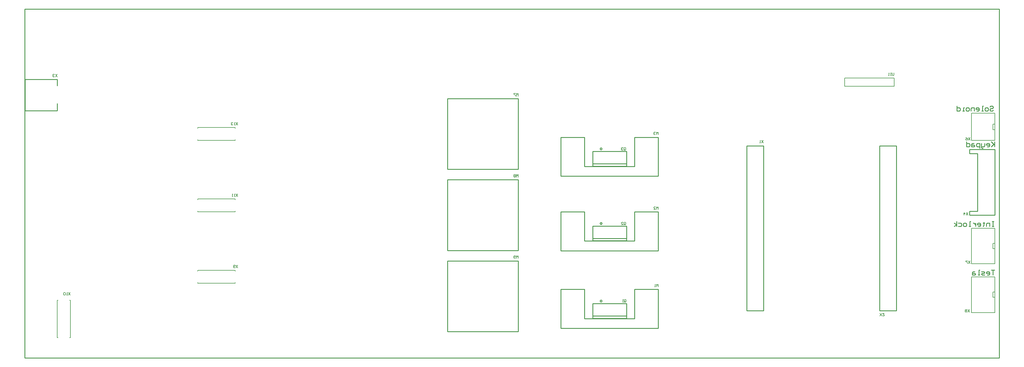
<source format=gbo>
G04 Layer_Color=32896*
%FSLAX43Y43*%
%MOMM*%
G71*
G01*
G75*
%ADD28C,0.200*%
%ADD30C,0.150*%
%ADD35C,0.254*%
D28*
X53250Y67000D02*
X64750D01*
Y67250D01*
X53250Y67000D02*
Y67250D01*
X64750Y70750D02*
Y71000D01*
X53250Y70750D02*
Y71000D01*
X64750D01*
X14000Y6250D02*
Y17750D01*
X13750D02*
X14000D01*
X13750Y6250D02*
X14000D01*
X10000Y17750D02*
X10250D01*
X10000Y6250D02*
X10250D01*
X10000D02*
Y17750D01*
X267620Y83730D02*
Y86270D01*
X252380Y83730D02*
X267620D01*
X252380D02*
Y86270D01*
X267620D01*
X53250Y23000D02*
X64750D01*
Y23250D01*
X53250Y23000D02*
Y23250D01*
X64750Y26750D02*
Y27000D01*
X53250Y26750D02*
Y27000D01*
X64750D01*
X53250Y45000D02*
X64750D01*
Y45250D01*
X53250Y45000D02*
Y45250D01*
X64750Y48750D02*
Y49000D01*
X53250Y48750D02*
Y49000D01*
X64750D01*
D30*
X291400Y13975D02*
Y24950D01*
Y13975D02*
X298600D01*
Y24950D01*
X291400D02*
X298600D01*
X298025Y20285D02*
X298575D01*
X298025Y18660D02*
Y20285D01*
Y18660D02*
X298600D01*
X291400Y67000D02*
Y75450D01*
Y67000D02*
X298600D01*
Y75450D01*
X291400D02*
X298600D01*
X298025Y71985D02*
X298575D01*
X298025Y70360D02*
Y71985D01*
Y70360D02*
X298600D01*
X298025Y33660D02*
X298600D01*
X298025D02*
Y35285D01*
X298575D01*
X291400Y39950D02*
X298600D01*
Y28975D02*
Y39950D01*
X291400Y28975D02*
X298600D01*
X291400D02*
Y39950D01*
X184467Y64133D02*
Y64666D01*
X184600Y64800D01*
X184867D01*
X185000Y64666D01*
Y64133D01*
X184867Y64000D01*
X184600D01*
X184733Y64267D02*
X184467Y64000D01*
X184600D02*
X184467Y64133D01*
X184200Y64666D02*
X184067Y64800D01*
X183800D01*
X183667Y64666D01*
Y64533D01*
X183800Y64400D01*
X183934D01*
X183800D01*
X183667Y64267D01*
Y64133D01*
X183800Y64000D01*
X184067D01*
X184200Y64133D01*
X151878Y55691D02*
Y56491D01*
X151611Y56224D01*
X151345Y56491D01*
Y55691D01*
X151078Y56357D02*
X150945Y56491D01*
X150678D01*
X150545Y56357D01*
Y56224D01*
X150678Y56091D01*
X150545Y55958D01*
Y55824D01*
X150678Y55691D01*
X150945D01*
X151078Y55824D01*
Y55958D01*
X150945Y56091D01*
X151078Y56224D01*
Y56357D01*
X150945Y56091D02*
X150678D01*
X151878Y80685D02*
Y81484D01*
X151611Y81218D01*
X151345Y81484D01*
Y80685D01*
X151078Y81484D02*
X150545D01*
Y81351D01*
X151078Y80818D01*
Y80685D01*
X65543Y72547D02*
X65010Y71748D01*
Y72547D02*
X65543Y71748D01*
X64744D02*
X64477D01*
X64610D01*
Y72547D01*
X64744Y72414D01*
X64077D02*
X63944Y72547D01*
X63677D01*
X63544Y72414D01*
Y72281D01*
X63677Y72147D01*
X63811D01*
X63677D01*
X63544Y72014D01*
Y71881D01*
X63677Y71748D01*
X63944D01*
X64077Y71881D01*
X13956Y20147D02*
X13423Y19347D01*
Y20147D02*
X13956Y19347D01*
X13156D02*
X12890D01*
X13023D01*
Y20147D01*
X13156Y20014D01*
X12490D02*
X12357Y20147D01*
X12090D01*
X11957Y20014D01*
Y19481D01*
X12090Y19347D01*
X12357D01*
X12490Y19481D01*
Y20014D01*
X267567Y87838D02*
Y87172D01*
X267434Y87038D01*
X267167D01*
X267034Y87172D01*
Y87838D01*
X266767Y87038D02*
X266501D01*
X266634D01*
Y87838D01*
X266767Y87705D01*
X266101Y87038D02*
X265834D01*
X265967D01*
Y87838D01*
X266101Y87705D01*
X263254Y12894D02*
X263787Y13694D01*
Y12894D02*
X263254Y13694D01*
X264586D02*
X264053D01*
X264586Y13161D01*
Y13027D01*
X264453Y12894D01*
X264187D01*
X264053Y13027D01*
X290800Y14900D02*
X290267Y14100D01*
Y14900D02*
X290800Y14100D01*
X290000Y14766D02*
X289867Y14900D01*
X289600D01*
X289467Y14766D01*
Y14633D01*
X289600Y14500D01*
X289467Y14367D01*
Y14233D01*
X289600Y14100D01*
X289867D01*
X290000Y14233D01*
Y14367D01*
X289867Y14500D01*
X290000Y14633D01*
Y14766D01*
X289867Y14500D02*
X289600D01*
X291000Y67900D02*
X290467Y67100D01*
Y67900D02*
X291000Y67100D01*
X289667Y67900D02*
X289934Y67766D01*
X290200Y67500D01*
Y67233D01*
X290067Y67100D01*
X289800D01*
X289667Y67233D01*
Y67367D01*
X289800Y67500D01*
X290200D01*
X194969Y21872D02*
Y22672D01*
X194702Y22406D01*
X194435Y22672D01*
Y21872D01*
X194169D02*
X193902D01*
X194036D01*
Y22672D01*
X194169Y22539D01*
X9968Y87406D02*
X9435Y86607D01*
Y87406D02*
X9968Y86607D01*
X9168Y87273D02*
X9035Y87406D01*
X8769D01*
X8635Y87273D01*
Y87140D01*
X8769Y87006D01*
X8902D01*
X8769D01*
X8635Y86873D01*
Y86740D01*
X8769Y86607D01*
X9035D01*
X9168Y86740D01*
X290300Y44800D02*
X289767Y44000D01*
Y44800D02*
X290300Y44000D01*
X289100D02*
Y44800D01*
X289500Y44400D01*
X288967D01*
X291000Y29900D02*
X290467Y29100D01*
Y29900D02*
X291000Y29100D01*
X290200Y29900D02*
X289667D01*
Y29766D01*
X290200Y29233D01*
Y29100D01*
X151878Y30697D02*
Y31497D01*
X151611Y31231D01*
X151345Y31497D01*
Y30697D01*
X151078Y30831D02*
X150945Y30697D01*
X150678D01*
X150545Y30831D01*
Y31364D01*
X150678Y31497D01*
X150945D01*
X151078Y31364D01*
Y31231D01*
X150945Y31097D01*
X150545D01*
X194969Y68792D02*
Y69592D01*
X194702Y69325D01*
X194435Y69592D01*
Y68792D01*
X194169Y69458D02*
X194036Y69592D01*
X193769D01*
X193636Y69458D01*
Y69325D01*
X193769Y69192D01*
X193902D01*
X193769D01*
X193636Y69058D01*
Y68925D01*
X193769Y68792D01*
X194036D01*
X194169Y68925D01*
X194969Y45777D02*
Y46576D01*
X194702Y46310D01*
X194435Y46576D01*
Y45777D01*
X193636D02*
X194169D01*
X193636Y46310D01*
Y46443D01*
X193769Y46576D01*
X194036D01*
X194169Y46443D01*
X184567Y17333D02*
Y17866D01*
X184700Y18000D01*
X184967D01*
X185100Y17866D01*
Y17333D01*
X184967Y17200D01*
X184700D01*
X184833Y17467D02*
X184567Y17200D01*
X184700D02*
X184567Y17333D01*
X184300Y17200D02*
X184034D01*
X184167D01*
Y18000D01*
X184300Y17866D01*
X184467Y41133D02*
Y41666D01*
X184600Y41800D01*
X184867D01*
X185000Y41666D01*
Y41133D01*
X184867Y41000D01*
X184600D01*
X184733Y41267D02*
X184467Y41000D01*
X184600D02*
X184467Y41133D01*
X183667Y41000D02*
X184200D01*
X183667Y41533D01*
Y41666D01*
X183800Y41800D01*
X184067D01*
X184200Y41666D01*
X227307Y67046D02*
X226773Y66246D01*
Y67046D02*
X227307Y66246D01*
X226507D02*
X226240D01*
X226373D01*
Y67046D01*
X226507Y66913D01*
X65543Y28555D02*
X65010Y27755D01*
Y28555D02*
X65543Y27755D01*
X64744Y27888D02*
X64610Y27755D01*
X64344D01*
X64211Y27888D01*
Y28421D01*
X64344Y28555D01*
X64610D01*
X64744Y28421D01*
Y28288D01*
X64610Y28155D01*
X64211D01*
X65543Y50551D02*
X65010Y49751D01*
Y50551D02*
X65543Y49751D01*
X64744D02*
X64477D01*
X64610D01*
Y50551D01*
X64744Y50418D01*
X64077Y49751D02*
X63811D01*
X63944D01*
Y50551D01*
X64077Y50418D01*
D35*
X177700Y64400D02*
G03*
X177700Y64400I-300J0D01*
G01*
Y17500D02*
G03*
X177700Y17500I-300J0D01*
G01*
Y41400D02*
G03*
X177700Y41400I-300J0D01*
G01*
X174800Y59800D02*
X185200D01*
X174800Y59100D02*
Y63600D01*
X185200D01*
Y59100D02*
Y63600D01*
X174800Y59100D02*
X185200D01*
X130100Y33100D02*
X151900D01*
Y54900D01*
X130100D02*
X151900D01*
X130100Y33100D02*
Y54900D01*
Y58100D02*
Y79900D01*
X151900D01*
Y58100D02*
Y79900D01*
X130100Y58100D02*
X151900D01*
X263130Y65370D02*
X268330D01*
Y14570D02*
Y65370D01*
X263130Y14570D02*
X268330D01*
X263130D02*
Y65370D01*
X165000Y9100D02*
Y21100D01*
X172300D01*
Y12100D02*
Y21100D01*
Y12100D02*
X187700D01*
Y21100D01*
X195000D01*
Y9100D02*
Y21100D01*
X165000Y9100D02*
X195000D01*
X10000Y76175D02*
Y78375D01*
Y83875D02*
Y85825D01*
X100D02*
X10000D01*
X100Y76175D02*
Y85825D01*
Y76175D02*
X10000D01*
X290800Y44000D02*
Y45200D01*
X293300D01*
Y63000D01*
X290800D02*
X293300D01*
X290800D02*
Y64200D01*
X298600D01*
X290800Y44000D02*
X298600D01*
Y64200D01*
X130100Y8100D02*
Y29900D01*
X151900D01*
Y8100D02*
Y29900D01*
X130100Y8100D02*
X151900D01*
X165000Y56000D02*
Y68000D01*
X172300D01*
Y59000D02*
Y68000D01*
Y59000D02*
X187700D01*
Y68000D01*
X195000D01*
Y56000D02*
Y68000D01*
X165000Y56000D02*
X195000D01*
X165000Y33000D02*
Y45000D01*
X172300D01*
Y36000D02*
Y45000D01*
Y36000D02*
X187700D01*
Y45000D01*
X195000D01*
Y33000D02*
Y45000D01*
X165000Y33000D02*
X195000D01*
X174800Y12900D02*
X185200D01*
X174800Y12200D02*
Y16700D01*
X185200D01*
Y12200D02*
Y16700D01*
X174800Y12200D02*
X185200D01*
X174800Y36800D02*
X185200D01*
X174800Y36100D02*
Y40600D01*
X185200D01*
Y36100D02*
Y40600D01*
X174800Y36100D02*
X185200D01*
X222230Y14570D02*
X227430D01*
X222230D02*
Y65370D01*
X227430D01*
Y14570D02*
Y65370D01*
X298500Y66624D02*
Y65100D01*
Y65608D01*
X297484Y66624D01*
X298246Y65862D01*
X297484Y65100D01*
X296215D02*
X296723D01*
X296977Y65354D01*
Y65862D01*
X296723Y66116D01*
X296215D01*
X295961Y65862D01*
Y65608D01*
X296977D01*
X295453Y66116D02*
Y65354D01*
X295199Y65100D01*
X294437D01*
Y64846D01*
X294691Y64592D01*
X294945D01*
X294437Y65100D02*
Y66116D01*
X293929Y64592D02*
Y66116D01*
X293168D01*
X292914Y65862D01*
Y65354D01*
X293168Y65100D01*
X293929D01*
X292152Y66116D02*
X291644D01*
X291390Y65862D01*
Y65100D01*
X292152D01*
X292406Y65354D01*
X292152Y65608D01*
X291390D01*
X289867Y66624D02*
Y65100D01*
X290629D01*
X290882Y65354D01*
Y65862D01*
X290629Y66116D01*
X289867D01*
X297084Y77370D02*
X297338Y77624D01*
X297846D01*
X298100Y77370D01*
Y77116D01*
X297846Y76862D01*
X297338D01*
X297084Y76608D01*
Y76354D01*
X297338Y76100D01*
X297846D01*
X298100Y76354D01*
X296323Y76100D02*
X295815D01*
X295561Y76354D01*
Y76862D01*
X295815Y77116D01*
X296323D01*
X296576Y76862D01*
Y76354D01*
X296323Y76100D01*
X295053D02*
X294545D01*
X294799D01*
Y77624D01*
X295053D01*
X293022Y76100D02*
X293529D01*
X293783Y76354D01*
Y76862D01*
X293529Y77116D01*
X293022D01*
X292768Y76862D01*
Y76608D01*
X293783D01*
X292260Y76100D02*
Y77116D01*
X291498D01*
X291244Y76862D01*
Y76100D01*
X290482D02*
X289975D01*
X289721Y76354D01*
Y76862D01*
X289975Y77116D01*
X290482D01*
X290736Y76862D01*
Y76354D01*
X290482Y76100D01*
X289213D02*
X288705D01*
X288959D01*
Y77116D01*
X289213D01*
X286928Y77624D02*
Y76100D01*
X287689D01*
X287943Y76354D01*
Y76862D01*
X287689Y77116D01*
X286928D01*
X298300Y42024D02*
X297792D01*
X298046D01*
Y40500D01*
X298300D01*
X297792D01*
X297030D02*
Y41516D01*
X296269D01*
X296015Y41262D01*
Y40500D01*
X295253Y41770D02*
Y41516D01*
X295507D01*
X294999D01*
X295253D01*
Y40754D01*
X294999Y40500D01*
X293476D02*
X293983D01*
X294237Y40754D01*
Y41262D01*
X293983Y41516D01*
X293476D01*
X293222Y41262D01*
Y41008D01*
X294237D01*
X292714Y41516D02*
Y40500D01*
Y41008D01*
X292460Y41262D01*
X292206Y41516D01*
X291952D01*
X291190Y40500D02*
X290682D01*
X290936D01*
Y42024D01*
X291190D01*
X289667Y40500D02*
X289159D01*
X288905Y40754D01*
Y41262D01*
X289159Y41516D01*
X289667D01*
X289921Y41262D01*
Y40754D01*
X289667Y40500D01*
X287382Y41516D02*
X288143D01*
X288397Y41262D01*
Y40754D01*
X288143Y40500D01*
X287382D01*
X286874D02*
Y42024D01*
Y41008D02*
X286112Y41516D01*
X286874Y41008D02*
X286112Y40500D01*
X298500Y27024D02*
X297484D01*
X297992D01*
Y25500D01*
X296215D02*
X296723D01*
X296977Y25754D01*
Y26262D01*
X296723Y26516D01*
X296215D01*
X295961Y26262D01*
Y26008D01*
X296977D01*
X295453Y25500D02*
X294691D01*
X294437Y25754D01*
X294691Y26008D01*
X295199D01*
X295453Y26262D01*
X295199Y26516D01*
X294437D01*
X293929Y25500D02*
X293422D01*
X293676D01*
Y27024D01*
X293929D01*
X292406Y26516D02*
X291898D01*
X291644Y26262D01*
Y25500D01*
X292406D01*
X292660Y25754D01*
X292406Y26008D01*
X291644D01*
X0Y0D02*
Y107500D01*
X300000D01*
Y0D02*
Y107500D01*
X0Y0D02*
X300000D01*
M02*

</source>
